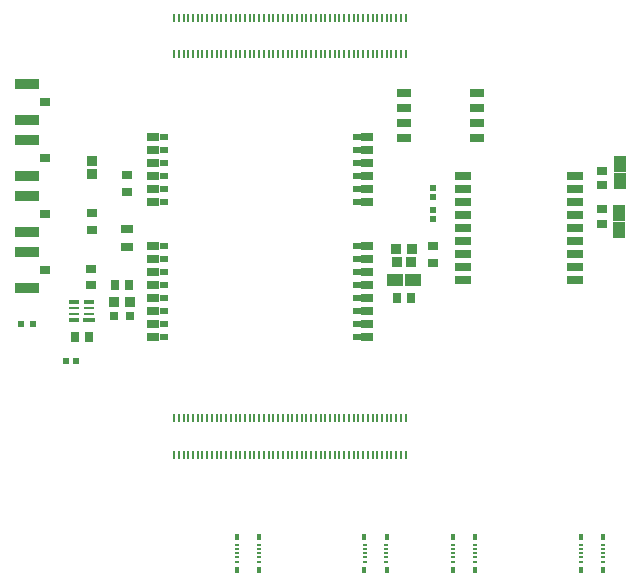
<source format=gtp>
G04*
G04 #@! TF.GenerationSoftware,Altium Limited,Altium Designer,21.6.4 (81)*
G04*
G04 Layer_Color=8421504*
%FSLAX44Y44*%
%MOMM*%
G71*
G04*
G04 #@! TF.SameCoordinates,D3511B64-A8A5-4C62-8431-0C2E51F58D68*
G04*
G04*
G04 #@! TF.FilePolarity,Positive*
G04*
G01*
G75*
%ADD23R,1.4000X0.7000*%
%ADD24R,1.4000X0.8000*%
%ADD25R,1.4000X0.7000*%
%ADD26R,0.8500X0.8000*%
%ADD27R,2.0000X0.9000*%
%ADD28R,2.0000X0.9000*%
%ADD29R,2.0001X0.9000*%
%ADD30R,0.6500X0.6000*%
%ADD31R,0.6500X0.6000*%
%ADD32R,0.6500X0.6001*%
%ADD33R,1.1000X0.8000*%
%ADD34R,1.1000X0.8001*%
%ADD35R,0.8500X0.8000*%
%ADD36R,0.5200X0.5200*%
%ADD37R,1.0121X1.3311*%
%ADD38R,0.4725X0.5153*%
%ADD39R,1.0000X0.8000*%
%ADD40R,0.5000X0.5000*%
%ADD41R,0.7000X0.7000*%
%ADD42R,0.7500X0.9000*%
%ADD43R,0.6000X0.5500*%
%ADD44R,1.2500X0.7600*%
%ADD45R,1.0000X0.3000*%
%ADD46R,0.9500X0.2500*%
%ADD47R,0.9500X0.3000*%
%ADD48R,0.9000X0.7000*%
%ADD49R,0.2000X0.7000*%
%ADD50R,0.3800X0.1800*%
%ADD51R,0.8500X0.9000*%
%ADD52R,0.3000X0.5200*%
%ADD53R,0.9000X0.6500*%
%ADD54R,0.9061X0.8582*%
%ADD55R,0.9000X0.7500*%
%ADD56R,0.8582X0.9061*%
%ADD57R,1.3311X1.0121*%
G54D23*
X491510Y163500D02*
D03*
Y251500D02*
D03*
G54D24*
Y174500D02*
D03*
Y185500D02*
D03*
X491511Y196499D02*
D03*
X491508Y207502D02*
D03*
X491511Y218498D02*
D03*
X491510Y229500D02*
D03*
Y240500D02*
D03*
X396510D02*
D03*
Y229500D02*
D03*
X396509Y218501D02*
D03*
X396511Y207499D02*
D03*
X396509Y196501D02*
D03*
X396510Y185500D02*
D03*
Y174500D02*
D03*
G54D25*
Y251500D02*
D03*
Y163500D02*
D03*
G54D26*
X42896Y314344D02*
D03*
X42746Y219350D02*
D03*
X42749Y172109D02*
D03*
G54D27*
X27646Y299344D02*
D03*
Y329344D02*
D03*
X27500Y157109D02*
D03*
X27664Y252063D02*
D03*
G54D28*
X27500Y234350D02*
D03*
X27500Y187109D02*
D03*
X27665Y282063D02*
D03*
G54D29*
X27500Y204350D02*
D03*
G54D30*
X143206Y115001D02*
D03*
Y137001D02*
D03*
Y159001D02*
D03*
Y192001D02*
D03*
Y230001D02*
D03*
Y252001D02*
D03*
Y285001D02*
D03*
X306704Y125999D02*
D03*
X306706Y274001D02*
D03*
X306704Y284999D02*
D03*
X306706Y263001D02*
D03*
X306704Y251999D02*
D03*
X306706Y241001D02*
D03*
X306704Y230000D02*
D03*
X306706Y192001D02*
D03*
X306704Y180999D02*
D03*
X306706Y159001D02*
D03*
X306704Y147999D02*
D03*
X306706Y137001D02*
D03*
Y115001D02*
D03*
G54D31*
X143204Y147999D02*
D03*
Y180999D02*
D03*
Y125999D02*
D03*
Y240999D02*
D03*
Y262999D02*
D03*
Y273999D02*
D03*
G54D32*
X143206Y170001D02*
D03*
X306706D02*
D03*
G54D33*
X134455Y115000D02*
D03*
Y126000D02*
D03*
Y137000D02*
D03*
Y148000D02*
D03*
Y159000D02*
D03*
Y170000D02*
D03*
Y181000D02*
D03*
Y230000D02*
D03*
Y241000D02*
D03*
Y263000D02*
D03*
Y274000D02*
D03*
Y285000D02*
D03*
Y252000D02*
D03*
X315455D02*
D03*
Y285000D02*
D03*
Y274000D02*
D03*
Y263000D02*
D03*
Y241000D02*
D03*
Y230000D02*
D03*
Y181000D02*
D03*
Y170000D02*
D03*
Y159000D02*
D03*
Y148000D02*
D03*
Y137000D02*
D03*
Y126000D02*
D03*
Y115000D02*
D03*
G54D34*
X134455Y192000D02*
D03*
X315455D02*
D03*
G54D35*
X42917Y267063D02*
D03*
G54D36*
X371207Y241500D02*
D03*
Y233500D02*
D03*
G54D37*
X529336Y247103D02*
D03*
Y261913D02*
D03*
X528828Y205701D02*
D03*
Y220511D02*
D03*
G54D38*
X371207Y214930D02*
D03*
Y222501D02*
D03*
G54D39*
X112500Y206701D02*
D03*
Y191701D02*
D03*
G54D40*
X22500Y126620D02*
D03*
X32500D02*
D03*
G54D41*
X115000Y133000D02*
D03*
X101000D02*
D03*
G54D42*
X67750Y115000D02*
D03*
X79750D02*
D03*
X114000Y159000D02*
D03*
X102000D02*
D03*
X352964Y148336D02*
D03*
X340964D02*
D03*
G54D43*
X60750Y95000D02*
D03*
X69250D02*
D03*
G54D44*
X408250Y283450D02*
D03*
Y296150D02*
D03*
Y308850D02*
D03*
Y321550D02*
D03*
X346750Y283450D02*
D03*
Y296150D02*
D03*
Y308850D02*
D03*
Y321550D02*
D03*
G54D45*
X79750Y130000D02*
D03*
G54D46*
X80000Y140000D02*
D03*
Y135000D02*
D03*
X67500Y140000D02*
D03*
Y135000D02*
D03*
G54D47*
X80000Y145000D02*
D03*
X67500D02*
D03*
Y130000D02*
D03*
G54D48*
X81250Y159000D02*
D03*
Y173000D02*
D03*
X82500Y206160D02*
D03*
Y220160D02*
D03*
G54D49*
X316000Y355000D02*
D03*
X152000Y15800D02*
D03*
Y46600D02*
D03*
X156000Y15800D02*
D03*
Y46600D02*
D03*
X160000Y15800D02*
D03*
Y46600D02*
D03*
X164000Y15800D02*
D03*
Y46600D02*
D03*
X168000Y15800D02*
D03*
Y46600D02*
D03*
X172000Y15800D02*
D03*
Y46600D02*
D03*
X176000Y15800D02*
D03*
Y46600D02*
D03*
X180000Y15800D02*
D03*
Y46600D02*
D03*
X184000Y15800D02*
D03*
Y46600D02*
D03*
X188000Y15800D02*
D03*
Y46600D02*
D03*
X192000Y15800D02*
D03*
Y46600D02*
D03*
X196000Y15800D02*
D03*
Y46600D02*
D03*
X200000Y15800D02*
D03*
Y46600D02*
D03*
X204000Y15800D02*
D03*
Y46600D02*
D03*
X208000Y15800D02*
D03*
Y46600D02*
D03*
X212000Y15800D02*
D03*
Y46600D02*
D03*
X216000Y15800D02*
D03*
Y46600D02*
D03*
X220000Y15800D02*
D03*
Y46600D02*
D03*
X224000Y15800D02*
D03*
Y46600D02*
D03*
X228000Y15800D02*
D03*
Y46600D02*
D03*
X232000Y15800D02*
D03*
Y46600D02*
D03*
X236000Y15800D02*
D03*
Y46600D02*
D03*
X240000Y15800D02*
D03*
Y46600D02*
D03*
X244000Y15800D02*
D03*
Y46600D02*
D03*
X248000Y15800D02*
D03*
Y46600D02*
D03*
X252000Y15800D02*
D03*
Y46600D02*
D03*
X256000Y15800D02*
D03*
Y46600D02*
D03*
X260000Y15800D02*
D03*
Y46600D02*
D03*
X264000Y15800D02*
D03*
Y46600D02*
D03*
X268000Y15800D02*
D03*
Y46600D02*
D03*
X272000Y15800D02*
D03*
Y46600D02*
D03*
X276000Y15800D02*
D03*
Y46600D02*
D03*
X280000Y15800D02*
D03*
Y46600D02*
D03*
X284000Y15800D02*
D03*
Y46600D02*
D03*
X288000Y15800D02*
D03*
Y46600D02*
D03*
X292000Y15800D02*
D03*
Y46600D02*
D03*
X296000Y15800D02*
D03*
Y46600D02*
D03*
X300000Y15800D02*
D03*
Y46600D02*
D03*
X304000Y15800D02*
D03*
Y46600D02*
D03*
X308000Y15800D02*
D03*
Y46600D02*
D03*
X312000Y15800D02*
D03*
Y46600D02*
D03*
X316000Y15800D02*
D03*
Y46600D02*
D03*
X320000Y15800D02*
D03*
Y46600D02*
D03*
X324000Y15800D02*
D03*
Y46600D02*
D03*
X328000Y15800D02*
D03*
Y46600D02*
D03*
X332000Y15800D02*
D03*
Y46600D02*
D03*
X336000Y15800D02*
D03*
Y46600D02*
D03*
X340000Y15800D02*
D03*
Y46600D02*
D03*
X344000Y15800D02*
D03*
Y46600D02*
D03*
X348000Y15800D02*
D03*
Y46600D02*
D03*
X152000Y355000D02*
D03*
Y385800D02*
D03*
X156000Y355000D02*
D03*
Y385800D02*
D03*
X160000Y355000D02*
D03*
Y385800D02*
D03*
X164000Y355000D02*
D03*
Y385800D02*
D03*
X168000Y355000D02*
D03*
Y385800D02*
D03*
X172000Y355000D02*
D03*
Y385800D02*
D03*
X176000Y355000D02*
D03*
Y385800D02*
D03*
X180000Y355000D02*
D03*
Y385800D02*
D03*
X184000Y355000D02*
D03*
Y385800D02*
D03*
X188000Y355000D02*
D03*
Y385800D02*
D03*
X192000Y355000D02*
D03*
Y385800D02*
D03*
X196000Y355000D02*
D03*
Y385800D02*
D03*
X200000Y355000D02*
D03*
Y385800D02*
D03*
X204000Y355000D02*
D03*
Y385800D02*
D03*
X208000Y355000D02*
D03*
Y385800D02*
D03*
X212000Y355000D02*
D03*
Y385800D02*
D03*
X216000Y355000D02*
D03*
Y385800D02*
D03*
X220000Y355000D02*
D03*
Y385800D02*
D03*
X224000Y355000D02*
D03*
Y385800D02*
D03*
X228000Y355000D02*
D03*
Y385800D02*
D03*
X232000Y355000D02*
D03*
Y385800D02*
D03*
X236000Y355000D02*
D03*
Y385800D02*
D03*
X240000Y355000D02*
D03*
Y385800D02*
D03*
X244000Y355000D02*
D03*
Y385800D02*
D03*
X248000Y355000D02*
D03*
Y385800D02*
D03*
X252000Y355000D02*
D03*
Y385800D02*
D03*
X256000Y355000D02*
D03*
Y385800D02*
D03*
X260000Y355000D02*
D03*
Y385800D02*
D03*
X264000Y355000D02*
D03*
Y385800D02*
D03*
X268000Y355000D02*
D03*
Y385800D02*
D03*
X272000Y355000D02*
D03*
Y385800D02*
D03*
X276000Y355000D02*
D03*
Y385800D02*
D03*
X280000Y355000D02*
D03*
Y385800D02*
D03*
X284000Y355000D02*
D03*
Y385800D02*
D03*
X288000Y355000D02*
D03*
Y385800D02*
D03*
X292000Y355000D02*
D03*
Y385800D02*
D03*
X296000Y355000D02*
D03*
Y385800D02*
D03*
X300000Y355000D02*
D03*
Y385800D02*
D03*
X304000Y355000D02*
D03*
Y385800D02*
D03*
X308000Y355000D02*
D03*
Y385800D02*
D03*
X312000Y355000D02*
D03*
Y385800D02*
D03*
X316000D02*
D03*
X320000Y355000D02*
D03*
Y385800D02*
D03*
X324000Y355000D02*
D03*
Y385800D02*
D03*
X328000Y355000D02*
D03*
Y385800D02*
D03*
X332000Y355000D02*
D03*
Y385800D02*
D03*
X336000Y355000D02*
D03*
Y385800D02*
D03*
X340000Y355000D02*
D03*
Y385800D02*
D03*
X344000Y355000D02*
D03*
Y385800D02*
D03*
X348000Y355000D02*
D03*
Y385800D02*
D03*
G54D50*
X514918Y-64304D02*
D03*
X331776D02*
D03*
X514918Y-60804D02*
D03*
X331776D02*
D03*
X514918Y-74804D02*
D03*
X496718D02*
D03*
X514918Y-71304D02*
D03*
X496718D02*
D03*
X514918Y-67804D02*
D03*
X496718D02*
D03*
Y-64304D02*
D03*
Y-60804D02*
D03*
X388518D02*
D03*
X406718D02*
D03*
X388518Y-64304D02*
D03*
X406718D02*
D03*
X388518Y-67804D02*
D03*
X406718D02*
D03*
X388518Y-71304D02*
D03*
X406718D02*
D03*
X388518Y-74804D02*
D03*
X406718D02*
D03*
X313576Y-60804D02*
D03*
Y-64304D02*
D03*
Y-67804D02*
D03*
X331776D02*
D03*
X313576Y-71304D02*
D03*
X331776D02*
D03*
X313576Y-74804D02*
D03*
X331776D02*
D03*
X223576D02*
D03*
X205376D02*
D03*
X223576Y-71304D02*
D03*
X205376D02*
D03*
X223576Y-67804D02*
D03*
X205376D02*
D03*
X223576Y-64304D02*
D03*
X205376D02*
D03*
X223576Y-60804D02*
D03*
X205376D02*
D03*
G54D51*
X101500Y144999D02*
D03*
X114500D02*
D03*
X353210Y190246D02*
D03*
X340210D02*
D03*
G54D52*
X515318Y-53754D02*
D03*
Y-81854D02*
D03*
X496318D02*
D03*
Y-53754D02*
D03*
X388118Y-81854D02*
D03*
Y-53754D02*
D03*
X407118D02*
D03*
Y-81854D02*
D03*
X313176Y-53754D02*
D03*
Y-81854D02*
D03*
X332176D02*
D03*
Y-53754D02*
D03*
X223976Y-81854D02*
D03*
Y-53754D02*
D03*
X204976D02*
D03*
Y-81854D02*
D03*
G54D53*
X371207Y178196D02*
D03*
Y192696D02*
D03*
X112500Y237750D02*
D03*
Y252250D02*
D03*
G54D54*
X352471Y178562D02*
D03*
X340949D02*
D03*
G54D55*
X514350Y211424D02*
D03*
Y223424D02*
D03*
X514350Y256190D02*
D03*
Y244190D02*
D03*
G54D56*
X82500Y253239D02*
D03*
Y264761D02*
D03*
G54D57*
X354115Y163830D02*
D03*
X339305D02*
D03*
M02*

</source>
